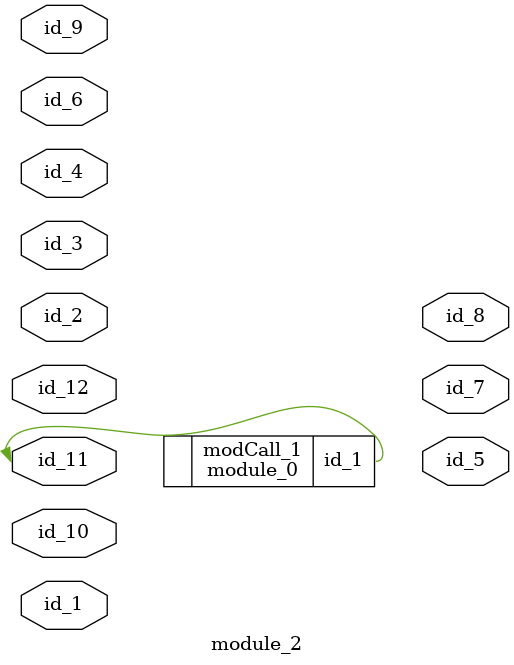
<source format=v>
module module_0 (
    id_1
);
  output wire id_1;
  wire id_3, id_4, id_5, id_6, id_7, id_8;
endmodule
module module_1 (
    id_1,
    id_2
);
  output wire id_2;
  inout wire id_1;
  assign id_2 = id_1;
  module_0 modCall_1 (id_2);
endmodule
module module_2 (
    id_1,
    id_2,
    id_3,
    id_4,
    id_5,
    id_6,
    id_7,
    id_8,
    id_9,
    id_10,
    id_11,
    id_12
);
  input wire id_12;
  inout wire id_11;
  inout wire id_10;
  inout wire id_9;
  output wire id_8;
  output wire id_7;
  inout wire id_6;
  output wire id_5;
  inout wire id_4;
  input wire id_3;
  inout wire id_2;
  input wire id_1;
  module_0 modCall_1 (id_11);
endmodule

</source>
